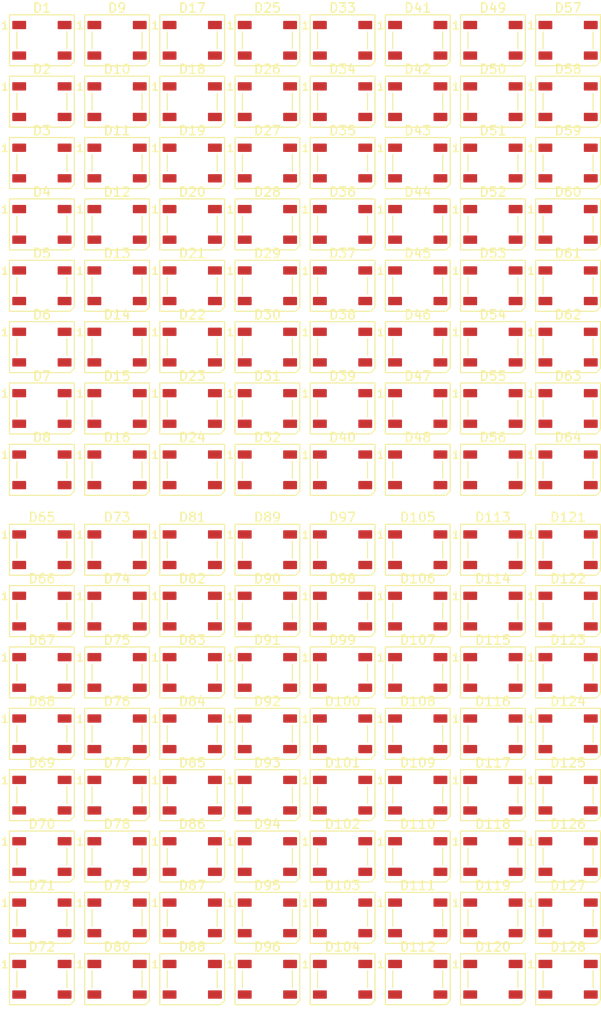
<source format=kicad_pcb>
(kicad_pcb (version 20241229) (generator "pcbnew") (generator_version "9.0")
  (layers (0 "F.Cu" signal) (2 "B.Cu" signal) (13 "F.Paste" user) (15 "B.Paste" user) (5 "F.SilkS" user "F.Silkscreen") (7 "B.SilkS" user "B.Silkscreen") (1 "F.Mask" user) (3 "B.Mask" user) (25 "Edge.Cuts" user))
  (net 0 "")
  (net 1 "Net-(D1-VDD)")
  (net 2 "/Cell_A/Cell_A_8x8_DOUT")
  (net 3 "Net-(D1-VSS)")
  (net 4 "Net-(D1-DOUT)")
  (net 5 "Net-(D2-DOUT)")
  (net 6 "Net-(D3-DOUT)")
  (net 7 "Net-(D4-DOUT)")
  (net 8 "Net-(D5-DOUT)")
  (net 9 "Net-(D6-DOUT)")
  (net 10 "Net-(D7-DOUT)")
  (net 11 "Net-(D8-DOUT)")
  (net 12 "Net-(D10-VDD)")
  (net 13 "Net-(D10-DIN)")
  (net 14 "Net-(D10-VSS)")
  (net 15 "Net-(D10-DOUT)")
  (net 16 "Net-(D11-DOUT)")
  (net 17 "Net-(D12-DOUT)")
  (net 18 "Net-(D13-DOUT)")
  (net 19 "Net-(D14-DOUT)")
  (net 20 "Net-(D15-DOUT)")
  (net 21 "Net-(D16-DOUT)")
  (net 22 "Net-(D17-VSS)")
  (net 23 "Net-(D17-DOUT)")
  (net 24 "Net-(D17-VDD)")
  (net 25 "Net-(D18-DOUT)")
  (net 26 "Net-(D19-DOUT)")
  (net 27 "Net-(D20-DOUT)")
  (net 28 "Net-(D21-DOUT)")
  (net 29 "Net-(D22-DOUT)")
  (net 30 "Net-(D23-DOUT)")
  (net 32 "Net-(D25-VDD)")
  (net 33 "Net-(D25-DOUT)")
  (net 34 "Net-(D25-VSS)")
  (net 35 "Net-(D25-DIN)")
  (net 36 "Net-(D26-DOUT)")
  (net 37 "Net-(D27-DOUT)")
  (net 38 "Net-(D28-DOUT)")
  (net 39 "Net-(D29-DOUT)")
  (net 40 "Net-(D30-DOUT)")
  (net 41 "Net-(D32-DOUT)")
  (net 42 "Net-(D33-DOUT)")
  (net 43 "Net-(D33-VDD)")
  (net 44 "Net-(D33-VSS)")
  (net 45 "Net-(D34-DOUT)")
  (net 46 "Net-(D35-DOUT)")
  (net 47 "Net-(D36-DOUT)")
  (net 48 "Net-(D37-DOUT)")
  (net 49 "Net-(D38-DOUT)")
  (net 50 "Net-(D39-DOUT)")
  (net 51 "Net-(D40-DOUT)")
  (net 52 "Net-(D41-VDD)")
  (net 53 "Net-(D41-VSS)")
  (net 54 "Net-(D41-DOUT)")
  (net 55 "Net-(D42-DOUT)")
  (net 56 "Net-(D43-DOUT)")
  (net 57 "Net-(D44-DOUT)")
  (net 58 "Net-(D45-DOUT)")
  (net 59 "Net-(D46-DOUT)")
  (net 60 "Net-(D47-DOUT)")
  (net 62 "Net-(D49-VDD)")
  (net 63 "Net-(D49-DOUT)")
  (net 64 "Net-(D49-VSS)")
  (net 66 "Net-(D50-DOUT)")
  (net 67 "Net-(D51-DOUT)")
  (net 68 "Net-(D52-DOUT)")
  (net 69 "Net-(D53-DOUT)")
  (net 70 "Net-(D54-DOUT)")
  (net 71 "Net-(D55-DOUT)")
  (net 72 "Net-(D56-DOUT)")
  (net 73 "Net-(D57-VDD)")
  (net 74 "Net-(D57-DOUT)")
  (net 75 "Net-(D57-VSS)")
  (net 76 "Net-(D58-DOUT)")
  (net 77 "Net-(D59-DOUT)")
  (net 78 "Net-(D60-DOUT)")
  (net 79 "Net-(D61-DOUT)")
  (net 80 "Net-(D62-DOUT)")
  (net 81 "Net-(D63-DOUT)")
  (net 82 "/Cell_B/CellBA_8x8_DOUT")
  (net 83 "Net-(D65-VDD)")
  (net 84 "Net-(D65-DOUT)")
  (net 85 "/Cell_A/Cell_A_8x8_DIN")
  (net 86 "Net-(D65-VSS)")
  (net 87 "Net-(D66-DOUT)")
  (net 88 "Net-(D67-DOUT)")
  (net 89 "Net-(D68-DOUT)")
  (net 90 "Net-(D69-DOUT)")
  (net 91 "Net-(D70-DOUT)")
  (net 92 "Net-(D71-DOUT)")
  (net 93 "Net-(D72-DOUT)")
  (net 94 "Net-(D73-DOUT)")
  (net 95 "Net-(D73-VSS)")
  (net 96 "Net-(D73-VDD)")
  (net 97 "Net-(D74-DOUT)")
  (net 98 "Net-(D75-DOUT)")
  (net 99 "Net-(D76-DOUT)")
  (net 100 "Net-(D77-DOUT)")
  (net 101 "Net-(D78-DOUT)")
  (net 102 "Net-(D79-DOUT)")
  (net 103 "Net-(D80-DOUT)")
  (net 104 "Net-(D81-VDD)")
  (net 105 "Net-(D81-DOUT)")
  (net 106 "Net-(D81-VSS)")
  (net 107 "Net-(D82-DOUT)")
  (net 108 "Net-(D83-DOUT)")
  (net 109 "Net-(D84-DOUT)")
  (net 110 "Net-(D85-DOUT)")
  (net 111 "Net-(D86-DOUT)")
  (net 112 "Net-(D87-DOUT)")
  (net 114 "Net-(D89-VDD)")
  (net 115 "Net-(D89-VSS)")
  (net 116 "Net-(D89-DIN)")
  (net 117 "Net-(D89-DOUT)")
  (net 118 "Net-(D90-DOUT)")
  (net 119 "Net-(D91-DOUT)")
  (net 120 "Net-(D92-DOUT)")
  (net 121 "Net-(D93-DOUT)")
  (net 122 "Net-(D94-DOUT)")
  (net 123 "Net-(D96-DOUT)")
  (net 124 "Net-(D97-DOUT)")
  (net 125 "Net-(D100-VSS)")
  (net 126 "Net-(D100-VDD)")
  (net 127 "Net-(D98-DOUT)")
  (net 128 "Net-(D100-DIN)")
  (net 129 "Net-(D100-DOUT)")
  (net 130 "Net-(D101-DOUT)")
  (net 131 "Net-(D102-DOUT)")
  (net 132 "Net-(D103-DOUT)")
  (net 133 "Net-(D104-DOUT)")
  (net 134 "Net-(D105-DOUT)")
  (net 135 "Net-(D105-VDD)")
  (net 136 "Net-(D105-VSS)")
  (net 137 "Net-(D106-DOUT)")
  (net 138 "Net-(D107-DOUT)")
  (net 139 "Net-(D108-DOUT)")
  (net 140 "Net-(D109-DOUT)")
  (net 141 "Net-(D110-DOUT)")
  (net 142 "Net-(D111-DOUT)")
  (net 145 "Net-(D113-VDD)")
  (net 146 "Net-(D113-VSS)")
  (net 147 "Net-(D113-DOUT)")
  (net 148 "Net-(D114-DOUT)")
  (net 149 "Net-(D115-DOUT)")
  (net 150 "Net-(D116-DOUT)")
  (net 151 "Net-(D117-DOUT)")
  (net 152 "Net-(D118-DOUT)")
  (net 153 "Net-(D119-DOUT)")
  (net 154 "Net-(D120-DOUT)")
  (net 155 "Net-(D121-VSS)")
  (net 156 "Net-(D121-DOUT)")
  (net 157 "Net-(D121-VDD)")
  (net 158 "Net-(D122-DOUT)")
  (net 159 "Net-(D123-DOUT)")
  (net 160 "Net-(D124-DOUT)")
  (net 161 "Net-(D125-DOUT)")
  (net 162 "Net-(D126-DOUT)")
  (net 163 "Net-(D127-DOUT)")
  (footprint "LED_SMD:LED_WS2812B_PLCC4_5.0x5.0mm_P3.2mm" (layer "F.Cu") (at 119.81 67.65)
    (property "Reference" "D44")
    (property "Value" "WS2812B")
  )
  (footprint "LED_SMD:LED_WS2812B_PLCC4_5.0x5.0mm_P3.2mm" (layer "F.Cu") (at 87.33 122.61)
    (property "Reference" "D76")
    (property "Value" "WS2812B")
  )
  (footprint "LED_SMD:LED_WS2812B_PLCC4_5.0x5.0mm_P3.2mm" (layer "F.Cu") (at 136.05 67.65)
    (property "Reference" "D60")
    (property "Value" "WS2812B")
  )
  (footprint "LED_SMD:LED_WS2812B_PLCC4_5.0x5.0mm_P3.2mm" (layer "F.Cu") (at 127.93 74.27)
    (property "Reference" "D53")
    (property "Value" "WS2812B")
  )
  (footprint "LED_SMD:LED_WS2812B_PLCC4_5.0x5.0mm_P3.2mm" (layer "F.Cu") (at 119.81 87.51)
    (property "Reference" "D47")
    (property "Value" "WS2812B")
  )
  (footprint "LED_SMD:LED_WS2812B_PLCC4_5.0x5.0mm_P3.2mm" (layer "F.Cu") (at 127.93 80.89)
    (property "Reference" "D54")
    (property "Value" "WS2812B")
  )
  (footprint "LED_SMD:LED_WS2812B_PLCC4_5.0x5.0mm_P3.2mm" (layer "F.Cu") (at 79.21 102.75)
    (property "Reference" "D65")
    (property "Value" "WS2812B")
  )
  (footprint "LED_SMD:LED_WS2812B_PLCC4_5.0x5.0mm_P3.2mm" (layer "F.Cu") (at 136.05 129.23)
    (property "Reference" "D125")
    (property "Value" "WS2812B")
  )
  (footprint "LED_SMD:LED_WS2812B_PLCC4_5.0x5.0mm_P3.2mm" (layer "F.Cu") (at 95.45 142.47)
    (property "Reference" "D87")
    (property "Value" "WS2812B")
  )
  (footprint "LED_SMD:LED_WS2812B_PLCC4_5.0x5.0mm_P3.2mm" (layer "F.Cu") (at 95.45 87.51)
    (property "Reference" "D23")
    (property "Value" "WS2812B")
  )
  (footprint "LED_SMD:LED_WS2812B_PLCC4_5.0x5.0mm_P3.2mm" (layer "F.Cu") (at 79.21 61.03)
    (property "Reference" "D3")
    (property "Value" "WS2812B")
  )
  (footprint "LED_SMD:LED_WS2812B_PLCC4_5.0x5.0mm_P3.2mm" (layer "F.Cu") (at 127.93 109.37)
    (property "Reference" "D114")
    (property "Value" "WS2812B")
  )
  (footprint "LED_SMD:LED_WS2812B_PLCC4_5.0x5.0mm_P3.2mm" (layer "F.Cu") (at 103.57 122.61)
    (property "Reference" "D92")
    (property "Value" "WS2812B")
  )
  (footprint "LED_SMD:LED_WS2812B_PLCC4_5.0x5.0mm_P3.2mm" (layer "F.Cu") (at 127.93 149.09)
    (property "Reference" "D120")
    (property "Value" "WS2812B")
  )
  (footprint "LED_SMD:LED_WS2812B_PLCC4_5.0x5.0mm_P3.2mm" (layer "F.Cu") (at 119.81 149.09)
    (property "Reference" "D112")
    (property "Value" "WS2812B")
  )
  (footprint "LED_SMD:LED_WS2812B_PLCC4_5.0x5.0mm_P3.2mm" (layer "F.Cu") (at 103.57 80.89)
    (property "Reference" "D30")
    (property "Value" "WS2812B")
  )
  (footprint "LED_SMD:LED_WS2812B_PLCC4_5.0x5.0mm_P3.2mm" (layer "F.Cu") (at 111.69 80.89)
    (property "Reference" "D38")
    (property "Value" "WS2812B")
  )
  (footprint "LED_SMD:LED_WS2812B_PLCC4_5.0x5.0mm_P3.2mm" (layer "F.Cu") (at 103.57 54.41)
    (property "Reference" "D26")
    (property "Value" "WS2812B")
  )
  (footprint "LED_SMD:LED_WS2812B_PLCC4_5.0x5.0mm_P3.2mm" (layer "F.Cu") (at 95.45 129.23)
    (property "Reference" "D85")
    (property "Value" "WS2812B")
  )
  (footprint "LED_SMD:LED_WS2812B_PLCC4_5.0x5.0mm_P3.2mm" (layer "F.Cu") (at 95.45 74.27)
    (property "Reference" "D21")
    (property "Value" "WS2812B")
  )
  (footprint "LED_SMD:LED_WS2812B_PLCC4_5.0x5.0mm_P3.2mm" (layer "F.Cu") (at 136.05 149.09)
    (property "Reference" "D128")
    (property "Value" "WS2812B")
  )
  (footprint "LED_SMD:LED_WS2812B_PLCC4_5.0x5.0mm_P3.2mm" (layer "F.Cu") (at 95.45 102.75)
    (property "Reference" "D81")
    (property "Value" "WS2812B")
  )
  (footprint "LED_SMD:LED_WS2812B_PLCC4_5.0x5.0mm_P3.2mm" (layer "F.Cu") (at 136.05 74.27)
    (property "Reference" "D61")
    (property "Value" "WS2812B")
  )
  (footprint "LED_SMD:LED_WS2812B_PLCC4_5.0x5.0mm_P3.2mm" (layer "F.Cu") (at 119.81 80.89)
    (property "Reference" "D46")
    (property "Value" "WS2812B")
  )
  (footprint "LED_SMD:LED_WS2812B_PLCC4_5.0x5.0mm_P3.2mm" (layer "F.Cu") (at 103.57 135.85)
    (property "Reference" "D94")
    (property "Value" "WS2812B")
  )
  (footprint "LED_SMD:LED_WS2812B_PLCC4_5.0x5.0mm_P3.2mm" (layer "F.Cu") (at 127.93 87.51)
    (property "Reference" "D55")
    (property "Value" "WS2812B")
  )
  (footprint "LED_SMD:LED_WS2812B_PLCC4_5.0x5.0mm_P3.2mm" (layer "F.Cu") (at 87.33 135.85)
    (property "Reference" "D78")
    (property "Value" "WS2812B")
  )
  (footprint "LED_SMD:LED_WS2812B_PLCC4_5.0x5.0mm_P3.2mm" (layer "F.Cu") (at 119.81 74.27)
    (property "Reference" "D45")
    (property "Value" "WS2812B")
  )
  (footprint "LED_SMD:LED_WS2812B_PLCC4_5.0x5.0mm_P3.2mm" (layer "F.Cu") (at 111.69 142.47)
    (property "Reference" "D103")
    (property "Value" "WS2812B")
  )
  (footprint "LED_SMD:LED_WS2812B_PLCC4_5.0x5.0mm_P3.2mm" (layer "F.Cu") (at 127.93 54.41)
    (property "Reference" "D50")
    (property "Value" "WS2812B")
  )
  (footprint "LED_SMD:LED_WS2812B_PLCC4_5.0x5.0mm_P3.2mm" (layer "F.Cu") (at 95.45 94.13)
    (property "Reference" "D24")
    (property "Value" "WS2812B")
  )
  (footprint "LED_SMD:LED_WS2812B_PLCC4_5.0x5.0mm_P3.2mm" (layer "F.Cu") (at 87.33 94.13)
    (property "Reference" "D16")
    (property "Value" "WS2812B")
  )
  (footprint "LED_SMD:LED_WS2812B_PLCC4_5.0x5.0mm_P3.2mm" (layer "F.Cu") (at 111.69 61.03)
    (property "Reference" "D35")
    (property "Value" "WS2812B")
  )
  (footprint "LED_SMD:LED_WS2812B_PLCC4_5.0x5.0mm_P3.2mm" (layer "F.Cu") (at 111.69 94.13)
    (property "Reference" "D40")
    (property "Value" "WS2812B")
  )
  (footprint "LED_SMD:LED_WS2812B_PLCC4_5.0x5.0mm_P3.2mm" (layer "F.Cu") (at 111.69 102.75)
    (property "Reference" "D97")
    (property "Value" "WS2812B")
  )
  (footprint "LED_SMD:LED_WS2812B_PLCC4_5.0x5.0mm_P3.2mm" (layer "F.Cu") (at 136.05 122.61)
    (property "Reference" "D124")
    (property "Value" "WS2812B")
  )
  (footprint "LED_SMD:LED_WS2812B_PLCC4_5.0x5.0mm_P3.2mm" (layer "F.Cu") (at 87.33 47.79)
    (property "Reference" "D9")
    (property "Value" "WS2812B")
  )
  (footprint "LED_SMD:LED_WS2812B_PLCC4_5.0x5.0mm_P3.2mm" (layer "F.Cu") (at 136.05 80.89)
    (property "Reference" "D62")
    (property "Value" "WS2812B")
  )
  (footprint "LED_SMD:LED_WS2812B_PLCC4_5.0x5.0mm_P3.2mm" (layer "F.Cu") (at 95.45 109.37)
    (property "Reference" "D82")
    (property "Value" "WS2812B")
  )
  (footprint "LED_SMD:LED_WS2812B_PLCC4_5.0x5.0mm_P3.2mm" (layer "F.Cu") (at 79.21 87.51)
    (property "Reference" "D7")
    (property "Value" "WS2812B")
  )
  (footprint "LED_SMD:LED_WS2812B_PLCC4_5.0x5.0mm_P3.2mm" (layer "F.Cu") (at 136.05 102.75)
    (property "Reference" "D121")
    (property "Value" "WS2812B")
  )
  (footprint "LED_SMD:LED_WS2812B_PLCC4_5.0x5.0mm_P3.2mm" (layer "F.Cu") (at 127.93 115.99)
    (property "Reference" "D115")
    (property "Value" "WS2812B")
  )
  (footprint "LED_SMD:LED_WS2812B_PLCC4_5.0x5.0mm_P3.2mm" (layer "F.Cu") (at 87.33 129.23)
    (property "Reference" "D77")
    (property "Value" "WS2812B")
  )
  (footprint "LED_SMD:LED_WS2812B_PLCC4_5.0x5.0mm_P3.2mm" (layer "F.Cu") (at 127.93 129.23)
    (property "Reference" "D117")
    (property "Value" "WS2812B")
  )
  (footprint "LED_SMD:LED_WS2812B_PLCC4_5.0x5.0mm_P3.2mm" (layer "F.Cu") (at 127.93 122.61)
    (property "Reference" "D116")
    (property "Value" "WS2812B")
  )
  (footprint "LED_SMD:LED_WS2812B_PLCC4_5.0x5.0mm_P3.2mm" (layer "F.Cu") (at 136.05 61.03)
    (property "Reference" "D59")
    (property "Value" "WS2812B")
  )
  (footprint "LED_SMD:LED_WS2812B_PLCC4_5.0x5.0mm_P3.2mm" (layer "F.Cu") (at 119.81 102.75)
    (property "Reference" "D105")
    (property "Value" "WS2812B")
  )
  (footprint "LED_SMD:LED_WS2812B_PLCC4_5.0x5.0mm_P3.2mm" (layer "F.Cu") (at 95.45 80.89)
    (property "Reference" "D22")
    (property "Value" "WS2812B")
  )
  (footprint "LED_SMD:LED_WS2812B_PLCC4_5.0x5.0mm_P3.2mm" (layer "F.Cu") (at 79.21 80.89)
    (property "Reference" "D6")
    (property "Value" "WS2812B")
  )
  (footprint "LED_SMD:LED_WS2812B_PLCC4_5.0x5.0mm_P3.2mm" (layer "F.Cu") (at 136.05 54.41)
    (property "Reference" "D58")
    (property "Value" "WS2812B")
  )
  (footprint "LED_SMD:LED_WS2812B_PLCC4_5.0x5.0mm_P3.2mm" (layer "F.Cu") (at 87.33 149.09)
    (property "Reference" "D80")
    (property "Value" "WS2812B")
  )
  (footprint "LED_SMD:LED_WS2812B_PLCC4_5.0x5.0mm_P3.2mm" (layer "F.Cu") (at 111.69 87.51)
    (property "Reference" "D39")
    (property "Value" "WS2812B")
  )
  (footprint "LED_SMD:LED_WS2812B_PLCC4_5.0x5.0mm_P3.2mm" (layer "F.Cu") (at 136.05 115.99)
    (property "Reference" "D123")
    (property "Value" "WS2812B")
  )
  (footprint "LED_SMD:LED_WS2812B_PLCC4_5.0x5.0mm_P3.2mm" (layer "F.Cu") (at 87.33 115.99)
    (property "Reference" "D75")
    (property "Value" "WS2812B")
  )
  (footprint "LED_SMD:LED_WS2812B_PLCC4_5.0x5.0mm_P3.2mm" (layer "F.Cu") (at 111.69 54.41)
    (property "Reference" "D34")
    (property "Value" "WS2812B")
  )
  (footprint "LED_SMD:LED_WS2812B_PLCC4_5.0x5.0mm_P3.2mm" (layer "F.Cu") (at 79.21 142.47)
    (property "Reference" "D71")
    (property "Value" "WS2812B")
  )
  (footprint "LED_SMD:LED_WS2812B_PLCC4_5.0x5.0mm_P3.2mm" (layer "F.Cu") (at 119.81 129.23)
    (property "Reference" "D109")
    (property "Value" "WS2812B")
  )
  (footprint "LED_SMD:LED_WS2812B_PLCC4_5.0x5.0mm_P3.2mm" (layer "F.Cu") (at 87.33 74.27)
    (property "Reference" "D13")
    (property "Value" "WS2812B")
  )
  (footprint "LED_SMD:LED_WS2812B_PLCC4_5.0x5.0mm_P3.2mm" (layer "F.Cu") (at 87.33 61.03)
    (property "Reference" "D11")
    (property "Value" "WS2812B")
  )
  (footprint "LED_SMD:LED_WS2812B_PLCC4_5.0x5.0mm_P3.2mm" (layer "F.Cu") (at 136.05 87.51)
    (property "Reference" "D63")
    (property "Value" "WS2812B")
  )
  (footprint "LED_SMD:LED_WS2812B_PLCC4_5.0x5.0mm_P3.2mm" (layer "F.Cu") (at 87.33 67.65)
    (property "Reference" "D12")
    (property "Value" "WS2812B")
  )
  (footprint "LED_SMD:LED_WS2812B_PLCC4_5.0x5.0mm_P3.2mm" (layer "F.Cu") (at 79.21 109.37)
    (property "Reference" "D66")
    (property "Value" "WS2812B")
  )
  (footprint "LED_SMD:LED_WS2812B_PLCC4_5.0x5.0mm_P3.2mm" (layer "F.Cu") (at 87.33 80.89)
    (property "Reference" "D14")
    (property "Value" "WS2812B")
  )
  (footprint "LED_SMD:LED_WS2812B_PLCC4_5.0x5.0mm_P3.2mm" (layer "F.Cu") (at 103.57 142.47)
    (property "Reference" "D95")
    (property "Value" "WS2812B")
  )
  (footprint "LED_SMD:LED_WS2812B_PLCC4_5.0x5.0mm_P3.2mm" (layer "F.Cu") (at 136.05 135.85)
    (property "Reference" "D126")
    (property "Value" "WS2812B")
  )
  (footprint "LED_SMD:LED_WS2812B_PLCC4_5.0x5.0mm_P3.2mm" (layer "F.Cu") (at 87.33 102.75)
    (property "Reference" "D73")
    (property "Value" "WS2812B")
  )
  (footprint "LED_SMD:LED_WS2812B_PLCC4_5.0x5.0mm_P3.2mm" (layer "F.Cu") (at 111.69 47.79)
    (property "Reference" "D33")
    (property "Value" "WS2812B")
  )
  (footprint "LED_SMD:LED_WS2812B_PLCC4_5.0x5.0mm_P3.2mm" (layer "F.Cu") (at 79.21 122.61)
    (property "Reference" "D68")
    (property "Value" "WS2812B")
  )
  (footprint "LED_SMD:LED_WS2812B_PLCC4_5.0x5.0mm_P3.2mm" (layer "F.Cu") (at 119.81 61.03)
    (property "Reference" "D43")
    (property "Value" "WS2812B")
  )
  (footprint "LED_SMD:LED_WS2812B_PLCC4_5.0x5.0mm_P3.2mm" (layer "F.Cu") (at 79.21 67.65)
    (property "Reference" "D4")
    (property "Value" "WS2812B")
  )
  (footprint "LED_SMD:LED_WS2812B_PLCC4_5.0x5.0mm_P3.2mm" (layer "F.Cu") (at 103.57 115.99)
    (property "Reference" "D91")
    (property "Value" "WS2812B")
  )
  (footprint "LED_SMD:LED_WS2812B_PLCC4_5.0x5.0mm_P3.2mm" (layer "F.Cu") (at 95.45 122.61)
    (property "Reference" "D84")
    (property "Value" "WS2812B")
  )
  (footprint "LED_SMD:LED_WS2812B_PLCC4_5.0x5.0mm_P3.2mm" (layer "F.Cu") (at 103.57 47.79)
    (property "Reference" "D25")
    (property "Value" "WS2812B")
  )
  (footprint "LED_SMD:LED_WS2812B_PLCC4_5.0x5.0mm_P3.2mm" (layer "F.Cu") (at 87.33 87.51)
    (property "Reference" "D15")
    (property "Value" "WS2812B")
  )
  (footprint "LED_SMD:LED_WS2812B_PLCC4_5.0x5.0mm_P3.2mm" (layer "F.Cu") (at 95.45 149.09)
    (property "Reference" "D88")
    (property "Value" "WS2812B")
  )
  (footprint "LED_SMD:LED_WS2812B_PLCC4_5.0x5.0mm_P3.2mm" (layer "F.Cu") (at 127.93 102.75)
    (property "Reference" "D113")
    (property "Value" "WS2812B")
  )
  (footprint "LED_SMD:LED_WS2812B_PLCC4_5.0x5.0mm_P3.2mm" (layer "F.Cu") (at 127.93 135.85)
    (property "Reference" "D118")
    (property "Value" "WS2812B")
  )
  (footprint "LED_SMD:LED_WS2812B_PLCC4_5.0x5.0mm_P3.2mm" (layer "F.Cu") (at 79.21 54.41)
    (property "Reference" "D2")
    (property "Value" "WS2812B")
  )
  (footprint "LED_SMD:LED_WS2812B_PLCC4_5.0x5.0mm_P3.2mm" (layer "F.Cu") (at 111.69 129.23)
    (property "Reference" "D101")
    (property "Value" "WS2812B")
  )
  (footprint "LED_SMD:LED_WS2812B_PLCC4_5.0x5.0mm_P3.2mm" (layer "F.Cu") (at 111.69 67.65)
    (property "Reference" "D36")
    (property "Value" "WS2812B")
  )
  (footprint "LED_SMD:LED_WS2812B_PLCC4_5.0x5.0mm_P3.2mm" (layer "F.Cu") (at 95.45 54.41)
    (property "Reference" "D18")
    (property "Value" "WS2812B")
  )
  (footprint "LED_SMD:LED_WS2812B_PLCC4_5.0x5.0mm_P3.2mm" (layer "F.Cu") (at 87.33 109.37)
    (property "Reference" "D74")
    (property "Value" "WS2812B")
  )
  (footprint "LED_SMD:LED_WS2812B_PLCC4_5.0x5.0mm_P3.2mm" (layer "F.Cu") (at 136.05 94.13)
    (property "Reference" "D64")
    (property "Value" "WS2812B")
  )
  (footprint "LED_SMD:LED_WS2812B_PLCC4_5.0x5.0mm_P3.2mm" (layer "F.Cu") (at 119.81 115.99)
    (property "Reference" "D107")
    (property "Value" "WS2812B")
  )
  (footprint "LED_SMD:LED_WS2812B_PLCC4_5.0x5.0mm_P3.2mm" (layer "F.Cu") (at 136.05 142.47)
    (property "Reference" "D127")
    (property "Value" "WS2812B")
  )
  (footprint "LED_SMD:LED_WS2812B_PLCC4_5.0x5.0mm_P3.2mm" (layer "F.Cu") (at 127.93 142.47)
    (property "Reference" "D119")
    (property "Value" "WS2812B")
  )
  (footprint "LED_SMD:LED_WS2812B_PLCC4_5.0x5.0mm_P3.2mm" (layer "F.Cu") (at 103.57 129.23)
    (property "Reference" "D93")
    (property "Value" "WS2812B")
  )
  (footprint "LED_SMD:LED_WS2812B_PLCC4_5.0x5.0mm_P3.2mm" (layer "F.Cu") (at 95.45 61.03)
    (property "Reference" "D19")
    (property "Value" "WS2812B")
  )
  (footprint "LED_SMD:LED_WS2812B_PLCC4_5.0x5.0mm_P3.2mm" (layer "F.Cu") (at 103.57 109.37)
    (property "Reference" "D90")
    (property "Value" "WS2812B")
  )
  (footprint "LED_SMD:LED_WS2812B_PLCC4_5.0x5.0mm_P3.2mm" (layer "F.Cu") (at 95.45 115.99)
    (property "Reference" "D83")
    (property "Value" "WS2812B")
  )
  (footprint "LED_SMD:LED_WS2812B_PLCC4_5.0x5.0mm_P3.2mm" (layer "F.Cu") (at 79.21 74.27)
    (property "Reference" "D5")
    (property "Value" "WS2812B")
  )
  (footprint "LED_SMD:LED_WS2812B_PLCC4_5.0x5.0mm_P3.2mm" (layer "F.Cu") (at 119.81 109.37)
    (property "Reference" "D106")
    (property "Value" "WS2812B")
  )
  (footprint "LED_SMD:LED_WS2812B_PLCC4_5.0x5.0mm_P3.2mm" (layer "F.Cu") (at 111.69 115.99)
    (property "Reference" "D99")
    (property "Value" "WS2812B")
  )
  (footprint "LED_SMD:LED_WS2812B_PLCC4_5.0x5.0mm_P3.2mm" (layer "F.Cu") (at 95.45 135.85)
    (property "Reference" "D86")
    (property "Value" "WS2812B")
  )
  (footprint "LED_SMD:LED_WS2812B_PLCC4_5.0x5.0mm_P3.2mm" (layer "F.Cu") (at 119.81 142.47)
    (property "Reference" "D111")
    (property "Value" "WS2812B")
  )
  (footprint "LED_SMD:LED_WS2812B_PLCC4_5.0x5.0mm_P3.2mm" (layer "F.Cu") (at 111.69 122.61)
    (property "Reference" "D100")
    (property "Value" "WS2812B")
  )
  (footprint "LED_SMD:LED_WS2812B_PLCC4_5.0x5.0mm_P3.2mm" (layer "F.Cu") (at 103.57 102.75)
    (property "Reference" "D89")
    (property "Value" "WS2812B")
  )
  (footprint "LED_SMD:LED_WS2812B_PLCC4_5.0x5.0mm_P3.2mm" (layer "F.Cu") (at 79.21 129.23)
    (property "Reference" "D69")
    (property "Value" "WS2812B")
  )
  (footprint "LED_SMD:LED_WS2812B_PLCC4_5.0x5.0mm_P3.2mm" (layer "F.Cu") (at 111.69 109.37)
    (property "Reference" "D98")
    (property "Value" "WS2812B")
  )
  (footprint "LED_SMD:LED_WS2812B_PLCC4_5.0x5.0mm_P3.2mm" (layer "F.Cu") (at 119.81 47.79)
    (property "Reference" "D41")
    (property "Value" "WS2812B")
  )
  (footprint "LED_SMD:LED_WS2812B_PLCC4_5.0x5.0mm_P3.2mm" (layer "F.Cu") (at 79.21 115.99)
    (property "Reference" "D67")
    (property "Value" "WS2812B")
  )
  (footprint "LED_SMD:LED_WS2812B_PLCC4_5.0x5.0mm_P3.2mm" (layer "F.Cu") (at 127.93 67.65)
    (property "Reference" "D52")
    (property "Value" "WS2812B")
  )
  (footprint "LED_SMD:LED_WS2812B_PLCC4_5.0x5.0mm_P3.2mm" (layer "F.Cu") (at 136.05 109.37)
    (property "Reference" "D122")
    (property "Value" "WS2812B")
  )
  (footprint "LED_SMD:LED_WS2812B_PLCC4_5.0x5.0mm_P3.2mm" (layer "F.Cu") (at 127.93 61.03)
    (property "Reference" "D51")
    (property "Value" "WS2812B")
  )
  (footprint "LED_SMD:LED_WS2812B_PLCC4_5.0x5.0mm_P3.2mm" (layer "F.Cu") (at 95.45 47.79)
    (property "Reference" "D17")
    (property "Value" "WS2812B")
  )
  (footprint "LED_SMD:LED_WS2812B_PLCC4_5.0x5.0mm_P3.2mm" (layer "F.Cu") (at 103.57 149.09)
    (property "Reference" "D96")
    (property "Value" "WS2812B")
  )
  (footprint "LED_SMD:LED_WS2812B_PLCC4_5.0x5.0mm_P3.2mm" (layer "F.Cu") (at 111.69 135.85)
    (property "Reference" "D102")
    (property "Value" "WS2812B")
  )
  (footprint "LED_SMD:LED_WS2812B_PLCC4_5.0x5.0mm_P3.2mm" (layer "F.Cu") (at 136.05 47.79)
    (property "Reference" "D57")
    (property "Value" "WS2812B")
  )
  (footprint "LED_SMD:LED_WS2812B_PLCC4_5.0x5.0mm_P3.2mm" (layer "F.Cu") (at 87.33 142.47)
    (property "Reference" "D79")
    (property "Value" "WS2812B")
  )
  (footprint "LED_SMD:LED_WS2812B_PLCC4_5.0x5.0mm_P3.2mm" (layer "F.Cu") (at 127.93 94.13)
    (property "Reference" "D56")
    (property "Value" "WS2812B")
  )
  (footprint "LED_SMD:LED_WS2812B_PLCC4_5.0x5.0mm_P3.2mm" (layer "F.Cu") (at 79.21 135.85)
    (property "Reference" "D70")
    (property "Value" "WS2812B")
  )
  (footprint "LED_SMD:LED_WS2812B_PLCC4_5.0x5.0mm_P3.2mm" (layer "F.Cu") (at 119.81 94.13)
    (property "Reference" "D48")
    (property "Value" "WS2812B")
  )
  (footprint "LED_SMD:LED_WS2812B_PLCC4_5.0x5.0mm_P3.2mm" (layer "F.Cu") (at 119.81 122.61)
    (property "Reference" "D108")
    (property "Value" "WS2812B")
  )
  (footprint "LED_SMD:LED_WS2812B_PLCC4_5.0x5.0mm_P3.2mm" (layer "F.Cu") (at 79.21 47.79)
    (property "Reference" "D1")
    (property "Value" "WS2812B")
  )
  (footprint "LED_SMD:LED_WS2812B_PLCC4_5.0x5.0mm_P3.2mm" (layer "F.Cu") (at 103.57 94.13)
    (property "Reference" "D32")
    (property "Value" "WS2812B")
  )
  (footprint "LED_SMD:LED_WS2812B_PLCC4_5.0x5.0mm_P3.2mm" (layer "F.Cu") (at 95.45 67.65)
    (property "Reference" "D20")
    (property "Value" "WS2812B")
  )
  (footprint "LED_SMD:LED_WS2812B_PLCC4_5.0x5.0mm_P3.2mm" (layer "F.Cu") (at 103.57 74.27)
    (property "Reference" "D29")
    (property "Value" "WS2812B")
  )
  (footprint "LED_SMD:LED_WS2812B_PLCC4_5.0x5.0mm_P3.2mm" (layer "F.Cu") (at 103.57 87.51)
    (property "Reference" "D31")
    (property "Value" "WS2812B")
  )
  (footprint "LED_SMD:LED_WS2812B_PLCC4_5.0x5.0mm_P3.2mm" (layer "F.Cu") (at 111.69 149.09)
    (property "Reference" "D104")
    (property "Value" "WS2812B")
  )
  (footprint "LED_SMD:LED_WS2812B_PLCC4_5.0x5.0mm_P3.2mm" (layer "F.Cu") (at 127.93 47.79)
    (property "Reference" "D49")
    (property "Value" "WS2812B")
  )
  (footprint "LED_SMD:LED_WS2812B_PLCC4_5.0x5.0mm_P3.2mm" (layer "F.Cu") (at 79.21 94.13)
    (property "Reference" "D8")
    (property "Value" "WS2812B")
  )
  (footprint "LED_SMD:LED_WS2812B_PLCC4_5.0x5.0mm_P3.2mm" (layer "F.Cu") (at 119.81 135.85)
    (property "Reference" "D110")
    (property "Value" "WS2812B")
  )
  (footprint "LED_SMD:LED_WS2812B_PLCC4_5.0x5.0mm_P3.2mm" (layer "F.Cu") (at 79.21 149.09)
    (property "Reference" "D72")
    (property "Value" "WS2812B")
  )
  (footprint "LED_SMD:LED_WS2812B_PLCC4_5.0x5.0mm_P3.2mm" (layer "F.Cu") (at 103.57 61.03)
    (property "Reference" "D27")
    (property "Value" "WS2812B")
  )
  (footprint "LED_SMD:LED_WS2812B_PLCC4_5.0x5.0mm_P3.2mm" (layer "F.Cu") (at 87.33 54.41)
    (property "Reference" "D10")
    (property "Value" "WS2812B")
  )
  (footprint "LED_SMD:LED_WS2812B_PLCC4_5.0x5.0mm_P3.2mm" (layer "F.Cu") (at 111.69 74.27)
    (property "Reference" "D37")
    (property "Value" "WS2812B")
  )
  (footprint "LED_SMD:LED_WS2812B_PLCC4_5.0x5.0mm_P3.2mm" (layer "F.Cu") (at 103.57 67.65)
    (property "Reference" "D28")
    (property "Value" "WS2812B")
  )
  (footprint "LED_SMD:LED_WS2812B_PLCC4_5.0x5.0mm_P3.2mm" (layer "F.Cu") (at 119.81 54.41)
    (property "Reference" "D42")
    (property "Value" "WS2812B")
  )
)
</source>
